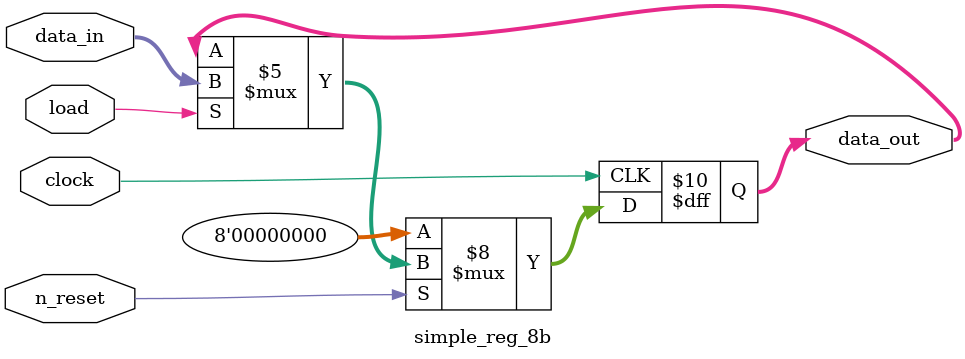
<source format=v>
/****************** program_counter ***********************/
module program_counter (data_in, loadL, loadH, increase, clock, n_reset, data_out);
parameter databus_width = 16;
parameter dataWord_width = 8;

input [databus_width-1 : 0] data_in;
input loadL, loadH, increase;
input clock, n_reset;
output [databus_width-1 : 0] data_out;

reg [databus_width-1 : 0] data_internal;

assign data_out = data_internal;

always @ (posedge clock)
	begin
	if (n_reset == 0)
		data_internal <= 0;
	else
		begin
		if ((loadL == 1) || (loadH == 1))
			begin
				if (loadL == 1) data_internal[7:0] <= data_in[7:0];
				else data_internal[7:0] <= data_internal[7:0] ;
				
				if (loadH == 1) data_internal[15:8] <= data_in[15:8];
				else data_internal[15:8] <= data_internal[15:8];
			end
		else
			begin
			if (increase == 1)
				data_internal <= data_internal + 16'd2;
			else data_internal <= data_internal;
			end /* end else */
		end /* end else */

	end /* end always */
	
endmodule

/****************** status_reg ***************************/
module status_reg (data_in, load, clock, n_reset, data_out);
parameter bus_width = 8;

input [bus_width-1 : 0] data_in;
input load;
input clock, n_reset;
output [bus_width-1 : 0] data_out;

simple_reg_8b u0 (data_in, load, clock, n_reset, data_out);

endmodule

/****************** link_reg *****************************/
module linkReg (data_in, load, clock, n_reset, data_out);
parameter bus_width = 16;

input [bus_width-1 : 0] data_in;
input load;
input clock, n_reset;
output [bus_width-1 : 0] data_out;

simple_reg_8b uL (data_in[7:0], load, clock, n_reset, data_out[7:0]);
simple_reg_8b uH (data_in[15:8], load, clock, n_reset, data_out[15:8]);

endmodule

/****************** data_buffer **************************/
module data_buffer (data_in, load, clock, n_reset, data_out);
parameter bus_width = 8;

input [bus_width-1 : 0] data_in;
input load;
input clock, n_reset;
output [bus_width-1 : 0] data_out;

simple_reg_8b u0 (data_in, load, clock, n_reset, data_out);

endmodule

/****************** segReg **************************/
module segReg (data_in, load, clock, n_reset, data_out);
parameter bus_width = 8;

input [bus_width-1 : 0] data_in;
input load;
input clock, n_reset;
output [bus_width-1 : 0] data_out;

simple_reg_8b u0 (data_in, load, clock, n_reset, data_out);

endmodule

/****************** LEDH_reg *****************************/
module LEDH_reg (data_in, load, clock, n_reset, data_out);
parameter bus_width = 8;

input [bus_width-1 : 0] data_in;
input load;
input clock, n_reset;
output [bus_width-1 : 0] data_out;

simple_reg_8b u0 (data_in, load, clock, n_reset, data_out);

endmodule

/****************** LEDL_reg *****************************/
module LEDL_reg (data_in, load, clock, n_reset, data_out);
parameter bus_width = 8;

input [bus_width-1 : 0] data_in;
input load;
input clock, n_reset;
output [bus_width-1 : 0] data_out;

simple_reg_8b u0 (data_in, load, clock, n_reset, data_out);

endmodule

/****************** BtnH_reg *****************************/
module BtnH_reg (data_in, load, clock, n_reset, data_out);
parameter bus_width = 8;

input [bus_width-1 : 0] data_in;
input load;
input clock, n_reset;
output [bus_width-1 : 0] data_out;

simple_reg_8b u0 (data_in, load, clock, n_reset, data_out);

endmodule

/****************** BtnL_reg *****************************/
module BtnL_reg (data_in, load, clock, n_reset, data_out);
parameter bus_width = 8;

input [bus_width-1 : 0] data_in;
input load;
input clock, n_reset;
output [bus_width-1 : 0] data_out;

simple_reg_8b u0 (data_in, load, clock, n_reset, data_out);

endmodule

/****************** instruction_reg **********************/
module instruction_reg (data_in, load_H, load_L, clock, n_reset, data_out);
parameter bus_width = 16;

input [bus_width-1 : 0] data_in;
input load_H, load_L;
input clock, n_reset;
output reg [bus_width-1 : 0] data_out;

always @ (posedge clock)
begin
	if (n_reset == 0)
		data_out <= 0;
	else
	begin
		if (load_L == 1) data_out[7:0] <= data_in[7:0];
		else data_out[7:0] <= data_out[7:0] ;
		
		if (load_H == 1) data_out[15:8] <= data_in[15:8];
		else data_out[15:8] <= data_out[15:8];
	end

end

//simple_reg_8b uH ( data_in[bus_width-1 : bus_width-8], load_H, clock, n_reset, data_out[bus_width-1 : bus_width-8] );
//simple_reg_8b uL ( data_in[bus_width-9 : bus_width-16], load_L, clock, n_reset, data_out[bus_width-9 : bus_width-16] );

endmodule


/****************** simple_reg_8b *****************************/	
module simple_reg_8b (data_in, load, clock, n_reset, data_out);
parameter databus_width = 8;

input [databus_width-1 : 0] data_in;
input load;
input clock, n_reset;
output [databus_width-1 : 0] data_out;

reg [databus_width-1 : 0] data_out;

always @ (posedge clock)
	begin
	if (n_reset == 0)
		data_out = 0;
	else
		if (load == 1)
			data_out <= data_in;
		else
			data_out <= data_out;
	end

endmodule


</source>
